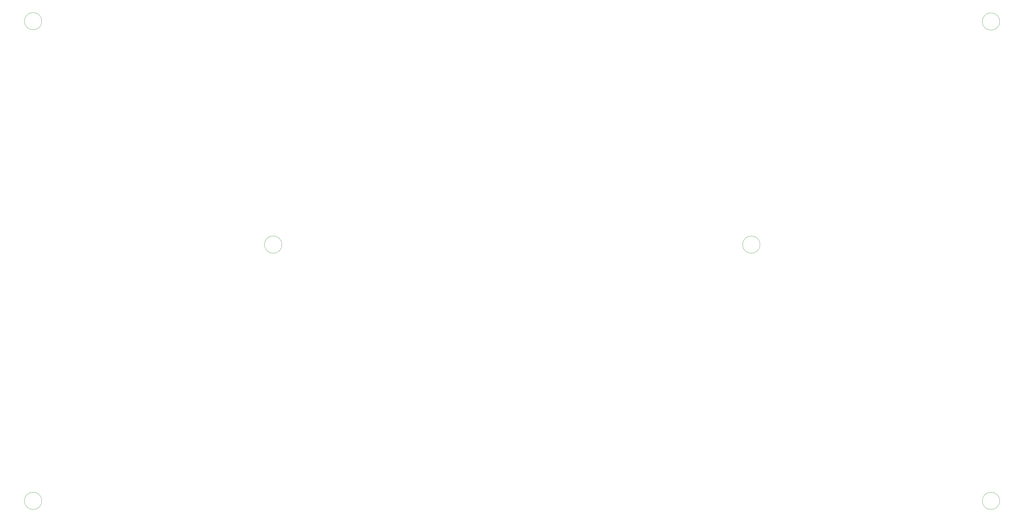
<source format=gbr>
G04 #@! TF.GenerationSoftware,KiCad,Pcbnew,(5.1.9-0-10_14)*
G04 #@! TF.CreationDate,2021-05-12T14:40:02+09:00*
G04 #@! TF.ProjectId,JupiterAdvanced,4a757069-7465-4724-9164-76616e636564,1*
G04 #@! TF.SameCoordinates,Original*
G04 #@! TF.FileFunction,Other,User*
%FSLAX46Y46*%
G04 Gerber Fmt 4.6, Leading zero omitted, Abs format (unit mm)*
G04 Created by KiCad (PCBNEW (5.1.9-0-10_14)) date 2021-05-12 14:40:02*
%MOMM*%
%LPD*%
G01*
G04 APERTURE LIST*
%ADD10C,0.050000*%
G04 APERTURE END LIST*
D10*
X296770000Y-157761000D02*
G75*
G03*
X296770000Y-157761000I-2750000J0D01*
G01*
X144528000Y-157761000D02*
G75*
G03*
X144528000Y-157761000I-2750000J0D01*
G01*
X68075000Y-239475000D02*
G75*
G03*
X68075000Y-239475000I-2750000J0D01*
G01*
X373075000Y-239475000D02*
G75*
G03*
X373075000Y-239475000I-2750000J0D01*
G01*
X373075000Y-86618000D02*
G75*
G03*
X373075000Y-86618000I-2750000J0D01*
G01*
X68075000Y-86518000D02*
G75*
G03*
X68075000Y-86518000I-2750000J0D01*
G01*
M02*

</source>
